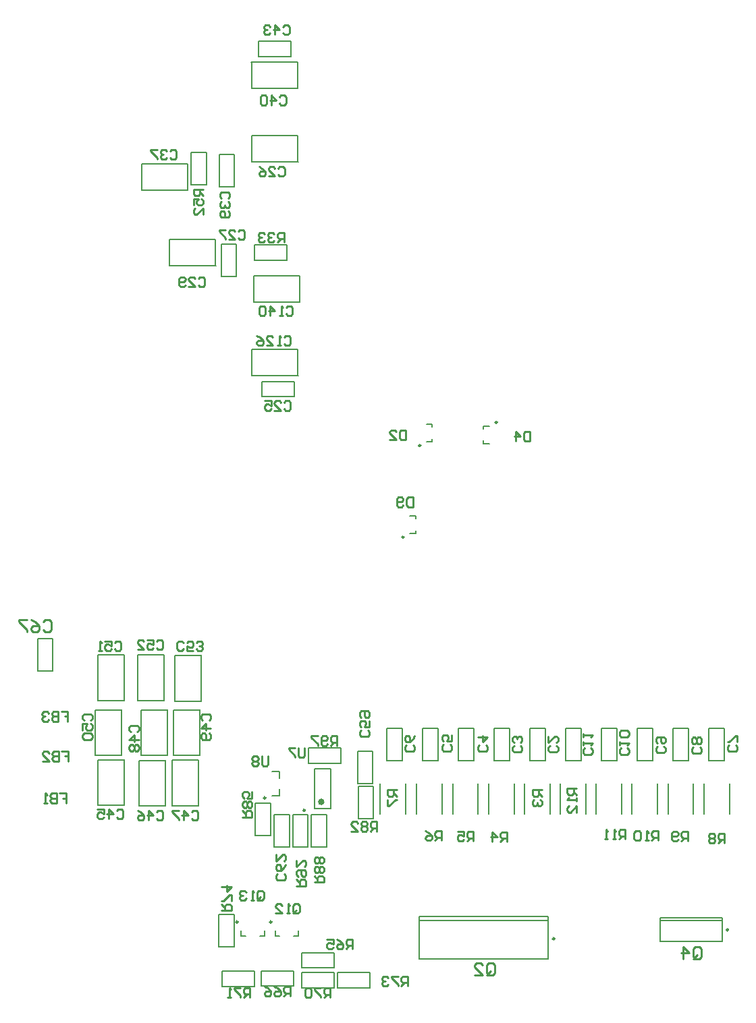
<source format=gbo>
G04 Layer_Color=32896*
%FSLAX44Y44*%
%MOMM*%
G71*
G01*
G75*
%ADD38C,0.2540*%
%ADD65C,0.2500*%
%ADD68C,0.4000*%
%ADD69C,0.2000*%
%ADD70C,0.1524*%
D38*
X359250Y205246D02*
Y195249D01*
X357251Y193250D01*
X353252D01*
X351253Y195249D01*
Y205246D01*
X347254Y203247D02*
X345255Y205246D01*
X341256D01*
X339257Y203247D01*
Y201247D01*
X341256Y199248D01*
X339257Y197249D01*
Y195249D01*
X341256Y193250D01*
X345255D01*
X347254Y195249D01*
Y197249D01*
X345255Y199248D01*
X347254Y201247D01*
Y203247D01*
X345255Y199248D02*
X341256D01*
X405250Y215746D02*
Y205749D01*
X403251Y203750D01*
X399252D01*
X397253Y205749D01*
Y215746D01*
X393254D02*
X385257D01*
Y213747D01*
X393254Y205749D01*
Y203750D01*
X445750Y218750D02*
Y230746D01*
X439752D01*
X437753Y228747D01*
Y224748D01*
X439752Y222749D01*
X445750D01*
X441751D02*
X437753Y218750D01*
X433754Y220749D02*
X431754Y218750D01*
X427756D01*
X425756Y220749D01*
Y228747D01*
X427756Y230746D01*
X431754D01*
X433754Y228747D01*
Y226747D01*
X431754Y224748D01*
X425756D01*
X421758Y230746D02*
X413760D01*
Y228747D01*
X421758Y220749D01*
Y218750D01*
X395000Y42500D02*
X406996D01*
Y48498D01*
X404997Y50497D01*
X400998D01*
X398999Y48498D01*
Y42500D01*
Y46499D02*
X395000Y50497D01*
X396999Y54496D02*
X395000Y56495D01*
Y60494D01*
X396999Y62494D01*
X404997D01*
X406996Y60494D01*
Y56495D01*
X404997Y54496D01*
X402997D01*
X400998Y56495D01*
Y62494D01*
X395000Y74490D02*
Y66492D01*
X402997Y74490D01*
X404997D01*
X406996Y72490D01*
Y68492D01*
X404997Y66492D01*
X417250Y47000D02*
X429246D01*
Y52998D01*
X427247Y54997D01*
X423248D01*
X421249Y52998D01*
Y47000D01*
Y50999D02*
X417250Y54997D01*
X427247Y58996D02*
X429246Y60995D01*
Y64994D01*
X427247Y66993D01*
X425247D01*
X423248Y64994D01*
X421249Y66993D01*
X419249D01*
X417250Y64994D01*
Y60995D01*
X419249Y58996D01*
X421249D01*
X423248Y60995D01*
X425247Y58996D01*
X427247D01*
X423248Y60995D02*
Y64994D01*
X427247Y70992D02*
X429246Y72992D01*
Y76990D01*
X427247Y78990D01*
X425247D01*
X423248Y76990D01*
X421249Y78990D01*
X419249D01*
X417250Y76990D01*
Y72992D01*
X419249Y70992D01*
X421249D01*
X423248Y72992D01*
X425247Y70992D01*
X427247D01*
X423248Y72992D02*
Y76990D01*
X327250Y128750D02*
X339246D01*
Y134748D01*
X337247Y136747D01*
X333248D01*
X331249Y134748D01*
Y128750D01*
Y132749D02*
X327250Y136747D01*
X337247Y140746D02*
X339246Y142746D01*
Y146744D01*
X337247Y148743D01*
X335247D01*
X333248Y146744D01*
X331249Y148743D01*
X329249D01*
X327250Y146744D01*
Y142746D01*
X329249Y140746D01*
X331249D01*
X333248Y142746D01*
X335247Y140746D01*
X337247D01*
X333248Y142746D02*
Y146744D01*
X339246Y160740D02*
Y152742D01*
X333248D01*
X335247Y156741D01*
Y158740D01*
X333248Y160740D01*
X329249D01*
X327250Y158740D01*
Y154742D01*
X329249Y152742D01*
X495750Y111250D02*
Y123246D01*
X489752D01*
X487753Y121247D01*
Y117248D01*
X489752Y115249D01*
X495750D01*
X491751D02*
X487753Y111250D01*
X483754Y121247D02*
X481754Y123246D01*
X477756D01*
X475756Y121247D01*
Y119247D01*
X477756Y117248D01*
X475756Y115249D01*
Y113249D01*
X477756Y111250D01*
X481754D01*
X483754Y113249D01*
Y115249D01*
X481754Y117248D01*
X483754Y119247D01*
Y121247D01*
X481754Y117248D02*
X477756D01*
X463760Y111250D02*
X471758D01*
X463760Y119247D01*
Y121247D01*
X465760Y123246D01*
X469758D01*
X471758Y121247D01*
X301250Y11500D02*
X313246D01*
Y17498D01*
X311247Y19497D01*
X307248D01*
X305249Y17498D01*
Y11500D01*
Y15499D02*
X301250Y19497D01*
X313246Y23496D02*
Y31493D01*
X311247D01*
X303249Y23496D01*
X301250D01*
Y41490D02*
X313246D01*
X307248Y35492D01*
Y43490D01*
X534250Y-83000D02*
Y-71004D01*
X528252D01*
X526253Y-73003D01*
Y-77002D01*
X528252Y-79001D01*
X534250D01*
X530251D02*
X526253Y-83000D01*
X522254Y-71004D02*
X514257D01*
Y-73003D01*
X522254Y-81001D01*
Y-83000D01*
X510258Y-73003D02*
X508258Y-71004D01*
X504260D01*
X502260Y-73003D01*
Y-75003D01*
X504260Y-77002D01*
X506259D01*
X504260D01*
X502260Y-79001D01*
Y-81001D01*
X504260Y-83000D01*
X508258D01*
X510258Y-81001D01*
X336750Y-97250D02*
Y-85254D01*
X330752D01*
X328753Y-87253D01*
Y-91252D01*
X330752Y-93251D01*
X336750D01*
X332751D02*
X328753Y-97250D01*
X324754Y-85254D02*
X316756D01*
Y-87253D01*
X324754Y-95251D01*
Y-97250D01*
X312758D02*
X308759D01*
X310758D01*
Y-85254D01*
X312758Y-87253D01*
X437500Y-97750D02*
Y-85754D01*
X431502D01*
X429503Y-87753D01*
Y-91752D01*
X431502Y-93751D01*
X437500D01*
X433501D02*
X429503Y-97750D01*
X425504Y-85754D02*
X417506D01*
Y-87753D01*
X425504Y-95751D01*
Y-97750D01*
X413508Y-87753D02*
X411508Y-85754D01*
X407510D01*
X405510Y-87753D01*
Y-95751D01*
X407510Y-97750D01*
X411508D01*
X413508Y-95751D01*
Y-87753D01*
X386914Y-96000D02*
Y-84004D01*
X380916D01*
X378917Y-86003D01*
Y-90002D01*
X380916Y-92001D01*
X386914D01*
X382915D02*
X378917Y-96000D01*
X366920Y-84004D02*
X370919Y-86003D01*
X374918Y-90002D01*
Y-94001D01*
X372919Y-96000D01*
X368920D01*
X366920Y-94001D01*
Y-92001D01*
X368920Y-90002D01*
X374918D01*
X354924Y-84004D02*
X358923Y-86003D01*
X362922Y-90002D01*
Y-94001D01*
X360922Y-96000D01*
X356924D01*
X354924Y-94001D01*
Y-92001D01*
X356924Y-90002D01*
X362922D01*
X465250Y-36500D02*
Y-24504D01*
X459252D01*
X457253Y-26503D01*
Y-30502D01*
X459252Y-32501D01*
X465250D01*
X461251D02*
X457253Y-36500D01*
X445257Y-24504D02*
X449255Y-26503D01*
X453254Y-30502D01*
Y-34501D01*
X451255Y-36500D01*
X447256D01*
X445257Y-34501D01*
Y-32501D01*
X447256Y-30502D01*
X453254D01*
X433260Y-24504D02*
X441258D01*
Y-30502D01*
X437259Y-28503D01*
X435260D01*
X433260Y-30502D01*
Y-34501D01*
X435260Y-36500D01*
X439258D01*
X441258Y-34501D01*
X345753Y26749D02*
Y34747D01*
X347752Y36746D01*
X351751D01*
X353750Y34747D01*
Y26749D01*
X351751Y24750D01*
X347752D01*
X349751Y28749D02*
X345753Y24750D01*
X347752D02*
X345753Y26749D01*
X341754Y24750D02*
X337755D01*
X339754D01*
Y36746D01*
X341754Y34747D01*
X331757D02*
X329758Y36746D01*
X325759D01*
X323760Y34747D01*
Y32747D01*
X325759Y30748D01*
X327758D01*
X325759D01*
X323760Y28749D01*
Y26749D01*
X325759Y24750D01*
X329758D01*
X331757Y26749D01*
X390753Y9999D02*
Y17997D01*
X392752Y19996D01*
X396751D01*
X398750Y17997D01*
Y9999D01*
X396751Y8000D01*
X392752D01*
X394751Y11999D02*
X390753Y8000D01*
X392752D02*
X390753Y9999D01*
X386754Y8000D02*
X382755D01*
X384754D01*
Y19996D01*
X386754Y17997D01*
X368760Y8000D02*
X376757D01*
X368760Y15997D01*
Y17997D01*
X370759Y19996D01*
X374758D01*
X376757Y17997D01*
X100003Y261246D02*
X108000D01*
Y255248D01*
X104001D01*
X108000D01*
Y249250D01*
X96004Y261246D02*
Y249250D01*
X90006D01*
X88006Y251249D01*
Y253249D01*
X90006Y255248D01*
X96004D01*
X90006D01*
X88006Y257247D01*
Y259247D01*
X90006Y261246D01*
X96004D01*
X84008Y259247D02*
X82008Y261246D01*
X78010D01*
X76010Y259247D01*
Y257247D01*
X78010Y255248D01*
X80009D01*
X78010D01*
X76010Y253249D01*
Y251249D01*
X78010Y249250D01*
X82008D01*
X84008Y251249D01*
X379497Y57747D02*
X381496Y55748D01*
Y51749D01*
X379497Y49750D01*
X371499D01*
X369500Y51749D01*
Y55748D01*
X371499Y57747D01*
X381496Y69743D02*
X379497Y65745D01*
X375498Y61746D01*
X371499D01*
X369500Y63745D01*
Y67744D01*
X371499Y69743D01*
X373499D01*
X375498Y67744D01*
Y61746D01*
X369500Y81740D02*
Y73742D01*
X377497Y81740D01*
X379497D01*
X381496Y79740D01*
Y75742D01*
X379497Y73742D01*
X484247Y237997D02*
X486246Y235998D01*
Y231999D01*
X484247Y230000D01*
X476249D01*
X474250Y231999D01*
Y235998D01*
X476249Y237997D01*
X486246Y249993D02*
Y241996D01*
X480248D01*
X482247Y245995D01*
Y247994D01*
X480248Y249993D01*
X476249D01*
X474250Y247994D01*
Y243995D01*
X476249Y241996D01*
Y253992D02*
X474250Y255992D01*
Y259990D01*
X476249Y261990D01*
X484247D01*
X486246Y259990D01*
Y255992D01*
X484247Y253992D01*
X482247D01*
X480248Y255992D01*
Y261990D01*
X253247Y340003D02*
X251248Y338004D01*
X247249D01*
X245250Y340003D01*
Y348001D01*
X247249Y350000D01*
X251248D01*
X253247Y348001D01*
X265243Y338004D02*
X257246D01*
Y344002D01*
X261245Y342003D01*
X263244D01*
X265243Y344002D01*
Y348001D01*
X263244Y350000D01*
X259245D01*
X257246Y348001D01*
X269242Y340003D02*
X271242Y338004D01*
X275240D01*
X277240Y340003D01*
Y342003D01*
X275240Y344002D01*
X273241D01*
X275240D01*
X277240Y346001D01*
Y348001D01*
X275240Y350000D01*
X271242D01*
X269242Y348001D01*
X219503Y349247D02*
X221502Y351246D01*
X225501D01*
X227500Y349247D01*
Y341249D01*
X225501Y339250D01*
X221502D01*
X219503Y341249D01*
X207507Y351246D02*
X215504D01*
Y345248D01*
X211505Y347247D01*
X209506D01*
X207507Y345248D01*
Y341249D01*
X209506Y339250D01*
X213505D01*
X215504Y341249D01*
X195510Y339250D02*
X203508D01*
X195510Y347247D01*
Y349247D01*
X197510Y351246D01*
X201508D01*
X203508Y349247D01*
X166753Y347997D02*
X168752Y349996D01*
X172751D01*
X174750Y347997D01*
Y339999D01*
X172751Y338000D01*
X168752D01*
X166753Y339999D01*
X154756Y349996D02*
X162754D01*
Y343998D01*
X158755Y345997D01*
X156756D01*
X154756Y343998D01*
Y339999D01*
X156756Y338000D01*
X160755D01*
X162754Y339999D01*
X150758Y338000D02*
X146759D01*
X148758D01*
Y349996D01*
X150758Y347997D01*
X100503Y211246D02*
X108500D01*
Y205248D01*
X104501D01*
X108500D01*
Y199250D01*
X96504Y211246D02*
Y199250D01*
X90506D01*
X88506Y201249D01*
Y203249D01*
X90506Y205248D01*
X96504D01*
X90506D01*
X88506Y207247D01*
Y209247D01*
X90506Y211246D01*
X96504D01*
X76510Y199250D02*
X84508D01*
X76510Y207247D01*
Y209247D01*
X78510Y211246D01*
X82508D01*
X84508Y209247D01*
X98003Y158746D02*
X106000D01*
Y152748D01*
X102001D01*
X106000D01*
Y146750D01*
X94004Y158746D02*
Y146750D01*
X88006D01*
X86006Y148749D01*
Y150749D01*
X88006Y152748D01*
X94004D01*
X88006D01*
X86006Y154747D01*
Y156747D01*
X88006Y158746D01*
X94004D01*
X82008Y146750D02*
X78009D01*
X80008D01*
Y158746D01*
X82008Y156747D01*
X277503Y250253D02*
X275504Y252252D01*
Y256251D01*
X277503Y258250D01*
X285501D01*
X287500Y256251D01*
Y252252D01*
X285501Y250253D01*
X287500Y240256D02*
X275504D01*
X281502Y246254D01*
Y238256D01*
X285501Y234258D02*
X287500Y232258D01*
Y228260D01*
X285501Y226260D01*
X277503D01*
X275504Y228260D01*
Y232258D01*
X277503Y234258D01*
X279503D01*
X281502Y232258D01*
Y226260D01*
X187253Y235753D02*
X185254Y237752D01*
Y241751D01*
X187253Y243750D01*
X195251D01*
X197250Y241751D01*
Y237752D01*
X195251Y235753D01*
X197250Y225756D02*
X185254D01*
X191252Y231754D01*
Y223757D01*
X187253Y219758D02*
X185254Y217758D01*
Y213760D01*
X187253Y211760D01*
X189253D01*
X191252Y213760D01*
X193251Y211760D01*
X195251D01*
X197250Y213760D01*
Y217758D01*
X195251Y219758D01*
X193251D01*
X191252Y217758D01*
X189253Y219758D01*
X187253D01*
X191252Y217758D02*
Y213760D01*
X263253Y135247D02*
X265252Y137246D01*
X269251D01*
X271250Y135247D01*
Y127249D01*
X269251Y125250D01*
X265252D01*
X263253Y127249D01*
X253256Y125250D02*
Y137246D01*
X259254Y131248D01*
X251257D01*
X247258Y137246D02*
X239260D01*
Y135247D01*
X247258Y127249D01*
Y125250D01*
X219503Y135247D02*
X221502Y137246D01*
X225501D01*
X227500Y135247D01*
Y127249D01*
X225501Y125250D01*
X221502D01*
X219503Y127249D01*
X209506Y125250D02*
Y137246D01*
X215504Y131248D01*
X207507D01*
X195510Y137246D02*
X199509Y135247D01*
X203508Y131248D01*
Y127249D01*
X201508Y125250D01*
X197510D01*
X195510Y127249D01*
Y129249D01*
X197510Y131248D01*
X203508D01*
X169253Y136997D02*
X171252Y138996D01*
X175251D01*
X177250Y136997D01*
Y128999D01*
X175251Y127000D01*
X171252D01*
X169253Y128999D01*
X159256Y127000D02*
Y138996D01*
X165254Y132998D01*
X157256D01*
X145260Y138996D02*
X153258D01*
Y132998D01*
X149259Y134997D01*
X147260D01*
X145260Y132998D01*
Y128999D01*
X147260Y127000D01*
X151258D01*
X153258Y128999D01*
X277750Y917250D02*
X265754D01*
Y911252D01*
X267753Y909253D01*
X271752D01*
X273751Y911252D01*
Y917250D01*
Y913251D02*
X277750Y909253D01*
X265754Y897256D02*
Y905254D01*
X271752D01*
X269753Y901255D01*
Y899256D01*
X271752Y897256D01*
X275751D01*
X277750Y899256D01*
Y903254D01*
X275751Y905254D01*
X277750Y885260D02*
Y893258D01*
X269753Y885260D01*
X267753D01*
X265754Y887260D01*
Y891258D01*
X267753Y893258D01*
X379250Y850750D02*
Y862746D01*
X373252D01*
X371253Y860747D01*
Y856748D01*
X373252Y854749D01*
X379250D01*
X375251D02*
X371253Y850750D01*
X367254Y860747D02*
X365255Y862746D01*
X361256D01*
X359257Y860747D01*
Y858747D01*
X361256Y856748D01*
X363255D01*
X361256D01*
X359257Y854749D01*
Y852749D01*
X361256Y850750D01*
X365255D01*
X367254Y852749D01*
X355258Y860747D02*
X353258Y862746D01*
X349260D01*
X347260Y860747D01*
Y858747D01*
X349260Y856748D01*
X351259D01*
X349260D01*
X347260Y854749D01*
Y852749D01*
X349260Y850750D01*
X353258D01*
X355258Y852749D01*
X746500Y164750D02*
X734504D01*
Y158752D01*
X736503Y156753D01*
X740502D01*
X742501Y158752D01*
Y164750D01*
Y160751D02*
X746500Y156753D01*
Y152754D02*
Y148755D01*
Y150754D01*
X734504D01*
X736503Y152754D01*
X746500Y134760D02*
Y142757D01*
X738503Y134760D01*
X736503D01*
X734504Y136759D01*
Y140758D01*
X736503Y142757D01*
X807500Y101250D02*
Y113246D01*
X801502D01*
X799503Y111247D01*
Y107248D01*
X801502Y105249D01*
X807500D01*
X803501D02*
X799503Y101250D01*
X795504D02*
X791505D01*
X793504D01*
Y113246D01*
X795504Y111247D01*
X785507Y101250D02*
X781508D01*
X783508D01*
Y113246D01*
X785507Y111247D01*
X848500Y99500D02*
Y111496D01*
X842502D01*
X840503Y109497D01*
Y105498D01*
X842502Y103499D01*
X848500D01*
X844501D02*
X840503Y99500D01*
X836504D02*
X832505D01*
X834504D01*
Y111496D01*
X836504Y109497D01*
X826507D02*
X824508Y111496D01*
X820509D01*
X818510Y109497D01*
Y101499D01*
X820509Y99500D01*
X824508D01*
X826507Y101499D01*
Y109497D01*
X885750Y98750D02*
Y110746D01*
X879752D01*
X877753Y108747D01*
Y104748D01*
X879752Y102749D01*
X885750D01*
X881751D02*
X877753Y98750D01*
X873754Y100749D02*
X871755Y98750D01*
X867756D01*
X865757Y100749D01*
Y108747D01*
X867756Y110746D01*
X871755D01*
X873754Y108747D01*
Y106747D01*
X871755Y104748D01*
X865757D01*
X932000Y96500D02*
Y108496D01*
X926002D01*
X924003Y106497D01*
Y102498D01*
X926002Y100499D01*
X932000D01*
X928001D02*
X924003Y96500D01*
X920004Y106497D02*
X918005Y108496D01*
X914006D01*
X912007Y106497D01*
Y104497D01*
X914006Y102498D01*
X912007Y100499D01*
Y98499D01*
X914006Y96500D01*
X918005D01*
X920004Y98499D01*
Y100499D01*
X918005Y102498D01*
X920004Y104497D01*
Y106497D01*
X918005Y102498D02*
X914006D01*
X521000Y163000D02*
X509004D01*
Y157002D01*
X511003Y155003D01*
X515002D01*
X517001Y157002D01*
Y163000D01*
Y159001D02*
X521000Y155003D01*
X509004Y151004D02*
Y143006D01*
X511003D01*
X519001Y151004D01*
X521000D01*
X576750Y99500D02*
Y111496D01*
X570752D01*
X568753Y109497D01*
Y105498D01*
X570752Y103499D01*
X576750D01*
X572751D02*
X568753Y99500D01*
X556757Y111496D02*
X560755Y109497D01*
X564754Y105498D01*
Y101499D01*
X562755Y99500D01*
X558756D01*
X556757Y101499D01*
Y103499D01*
X558756Y105498D01*
X564754D01*
X617000Y98750D02*
Y110746D01*
X611002D01*
X609003Y108747D01*
Y104748D01*
X611002Y102749D01*
X617000D01*
X613001D02*
X609003Y98750D01*
X597006Y110746D02*
X605004D01*
Y104748D01*
X601005Y106747D01*
X599006D01*
X597006Y104748D01*
Y100749D01*
X599006Y98750D01*
X603004D01*
X605004Y100749D01*
X658750Y98250D02*
Y110246D01*
X652752D01*
X650753Y108247D01*
Y104248D01*
X652752Y102249D01*
X658750D01*
X654751D02*
X650753Y98250D01*
X640756D02*
Y110246D01*
X646754Y104248D01*
X638756D01*
X702750Y163000D02*
X690754D01*
Y157002D01*
X692753Y155003D01*
X696752D01*
X698751Y157002D01*
Y163000D01*
Y159001D02*
X702750Y155003D01*
X692753Y151004D02*
X690754Y149004D01*
Y145006D01*
X692753Y143006D01*
X694753D01*
X696752Y145006D01*
Y147005D01*
Y145006D01*
X698751Y143006D01*
X700751D01*
X702750Y145006D01*
Y149004D01*
X700751Y151004D01*
X633843Y-66661D02*
Y-56504D01*
X636382Y-53965D01*
X641461D01*
X644000Y-56504D01*
Y-66661D01*
X641461Y-69200D01*
X636382D01*
X638922Y-64122D02*
X633843Y-69200D01*
X636382D02*
X633843Y-66661D01*
X618608Y-69200D02*
X628765D01*
X618608Y-59043D01*
Y-56504D01*
X621147Y-53965D01*
X626226D01*
X628765Y-56504D01*
X688000Y612996D02*
Y601000D01*
X682002D01*
X680003Y602999D01*
Y610997D01*
X682002Y612996D01*
X688000D01*
X670006Y601000D02*
Y612996D01*
X676004Y606998D01*
X668007D01*
X532000Y614996D02*
Y603000D01*
X526002D01*
X524003Y604999D01*
Y612997D01*
X526002Y614996D01*
X532000D01*
X512006Y603000D02*
X520004D01*
X512006Y610997D01*
Y612997D01*
X514006Y614996D01*
X518005D01*
X520004Y612997D01*
X378003Y1121247D02*
X380002Y1123246D01*
X384001D01*
X386000Y1121247D01*
Y1113249D01*
X384001Y1111250D01*
X380002D01*
X378003Y1113249D01*
X368006Y1111250D02*
Y1123246D01*
X374004Y1117248D01*
X366007D01*
X362008Y1121247D02*
X360008Y1123246D01*
X356010D01*
X354010Y1121247D01*
Y1119247D01*
X356010Y1117248D01*
X358009D01*
X356010D01*
X354010Y1115249D01*
Y1113249D01*
X356010Y1111250D01*
X360008D01*
X362008Y1113249D01*
X373753Y1032997D02*
X375752Y1034996D01*
X379751D01*
X381750Y1032997D01*
Y1024999D01*
X379751Y1023000D01*
X375752D01*
X373753Y1024999D01*
X363756Y1023000D02*
Y1034996D01*
X369754Y1028998D01*
X361757D01*
X357758Y1032997D02*
X355758Y1034996D01*
X351760D01*
X349760Y1032997D01*
Y1024999D01*
X351760Y1023000D01*
X355758D01*
X357758Y1024999D01*
Y1032997D01*
X301253Y905753D02*
X299254Y907752D01*
Y911751D01*
X301253Y913750D01*
X309251D01*
X311250Y911751D01*
Y907752D01*
X309251Y905753D01*
X301253Y901754D02*
X299254Y899754D01*
Y895756D01*
X301253Y893756D01*
X303253D01*
X305252Y895756D01*
Y897755D01*
Y895756D01*
X307251Y893756D01*
X309251D01*
X311250Y895756D01*
Y899754D01*
X309251Y901754D01*
Y889758D02*
X311250Y887758D01*
Y883760D01*
X309251Y881760D01*
X301253D01*
X299254Y883760D01*
Y887758D01*
X301253Y889758D01*
X303253D01*
X305252Y887758D01*
Y881760D01*
X236253Y964997D02*
X238252Y966996D01*
X242251D01*
X244250Y964997D01*
Y956999D01*
X242251Y955000D01*
X238252D01*
X236253Y956999D01*
X232254Y964997D02*
X230254Y966996D01*
X226256D01*
X224256Y964997D01*
Y962997D01*
X226256Y960998D01*
X228255D01*
X226256D01*
X224256Y958999D01*
Y956999D01*
X226256Y955000D01*
X230254D01*
X232254Y956999D01*
X220258Y966996D02*
X212260D01*
Y964997D01*
X220258Y956999D01*
Y955000D01*
X271753Y804997D02*
X273752Y806996D01*
X277751D01*
X279750Y804997D01*
Y796999D01*
X277751Y795000D01*
X273752D01*
X271753Y796999D01*
X259757Y795000D02*
X267754D01*
X259757Y802997D01*
Y804997D01*
X261756Y806996D01*
X265755D01*
X267754Y804997D01*
X255758Y796999D02*
X253758Y795000D01*
X249760D01*
X247760Y796999D01*
Y804997D01*
X249760Y806996D01*
X253758D01*
X255758Y804997D01*
Y802997D01*
X253758Y800998D01*
X247760D01*
X322003Y863997D02*
X324002Y865996D01*
X328001D01*
X330000Y863997D01*
Y855999D01*
X328001Y854000D01*
X324002D01*
X322003Y855999D01*
X310007Y854000D02*
X318004D01*
X310007Y861997D01*
Y863997D01*
X312006Y865996D01*
X316005D01*
X318004Y863997D01*
X306008Y865996D02*
X298010D01*
Y863997D01*
X306008Y855999D01*
Y854000D01*
X372003Y943497D02*
X374002Y945496D01*
X378001D01*
X380000Y943497D01*
Y935499D01*
X378001Y933500D01*
X374002D01*
X372003Y935499D01*
X360006Y933500D02*
X368004D01*
X360006Y941497D01*
Y943497D01*
X362006Y945496D01*
X366004D01*
X368004Y943497D01*
X348010Y945496D02*
X352009Y943497D01*
X356008Y939498D01*
Y935499D01*
X354008Y933500D01*
X350010D01*
X348010Y935499D01*
Y937499D01*
X350010Y939498D01*
X356008D01*
X379253Y649497D02*
X381252Y651496D01*
X385251D01*
X387250Y649497D01*
Y641499D01*
X385251Y639500D01*
X381252D01*
X379253Y641499D01*
X367257Y639500D02*
X375254D01*
X367257Y647497D01*
Y649497D01*
X369256Y651496D01*
X373255D01*
X375254Y649497D01*
X355260Y651496D02*
X363258D01*
Y645498D01*
X359259Y647497D01*
X357260D01*
X355260Y645498D01*
Y641499D01*
X357260Y639500D01*
X361258D01*
X363258Y641499D01*
X764247Y215497D02*
X766246Y213498D01*
Y209499D01*
X764247Y207500D01*
X756249D01*
X754250Y209499D01*
Y213498D01*
X756249Y215497D01*
X754250Y219496D02*
Y223495D01*
Y221495D01*
X766246D01*
X764247Y219496D01*
X754250Y229493D02*
Y233492D01*
Y231492D01*
X766246D01*
X764247Y229493D01*
X809997Y215497D02*
X811996Y213498D01*
Y209499D01*
X809997Y207500D01*
X801999D01*
X800000Y209499D01*
Y213498D01*
X801999Y215497D01*
X800000Y219496D02*
Y223495D01*
Y221495D01*
X811996D01*
X809997Y219496D01*
Y229493D02*
X811996Y231492D01*
Y235491D01*
X809997Y237490D01*
X801999D01*
X800000Y235491D01*
Y231492D01*
X801999Y229493D01*
X809997D01*
X855747Y217747D02*
X857746Y215748D01*
Y211749D01*
X855747Y209750D01*
X847749D01*
X845750Y211749D01*
Y215748D01*
X847749Y217747D01*
Y221746D02*
X845750Y223745D01*
Y227744D01*
X847749Y229743D01*
X855747D01*
X857746Y227744D01*
Y223745D01*
X855747Y221746D01*
X853747D01*
X851748Y223745D01*
Y229743D01*
X900747Y216997D02*
X902746Y214998D01*
Y210999D01*
X900747Y209000D01*
X892749D01*
X890750Y210999D01*
Y214998D01*
X892749Y216997D01*
X900747Y220996D02*
X902746Y222995D01*
Y226994D01*
X900747Y228993D01*
X898747D01*
X896748Y226994D01*
X894749Y228993D01*
X892749D01*
X890750Y226994D01*
Y222995D01*
X892749Y220996D01*
X894749D01*
X896748Y222995D01*
X898747Y220996D01*
X900747D01*
X896748Y222995D02*
Y226994D01*
X945747Y219247D02*
X947746Y217248D01*
Y213249D01*
X945747Y211250D01*
X937749D01*
X935750Y213249D01*
Y217248D01*
X937749Y219247D01*
X947746Y223246D02*
Y231243D01*
X945747D01*
X937749Y223246D01*
X935750D01*
X540997Y219247D02*
X542996Y217248D01*
Y213249D01*
X540997Y211250D01*
X532999D01*
X531000Y213249D01*
Y217248D01*
X532999Y219247D01*
X542996Y231243D02*
X540997Y227245D01*
X536998Y223246D01*
X532999D01*
X531000Y225245D01*
Y229244D01*
X532999Y231243D01*
X534999D01*
X536998Y229244D01*
Y223246D01*
X587497Y219997D02*
X589496Y217998D01*
Y213999D01*
X587497Y212000D01*
X579499D01*
X577500Y213999D01*
Y217998D01*
X579499Y219997D01*
X589496Y231994D02*
Y223996D01*
X583498D01*
X585497Y227995D01*
Y229994D01*
X583498Y231994D01*
X579499D01*
X577500Y229994D01*
Y225996D01*
X579499Y223996D01*
X632497Y219247D02*
X634496Y217248D01*
Y213249D01*
X632497Y211250D01*
X624499D01*
X622500Y213249D01*
Y217248D01*
X624499Y219247D01*
X622500Y229244D02*
X634496D01*
X628498Y223246D01*
Y231243D01*
X675997Y218497D02*
X677996Y216498D01*
Y212499D01*
X675997Y210500D01*
X667999D01*
X666000Y212499D01*
Y216498D01*
X667999Y218497D01*
X675997Y222496D02*
X677996Y224496D01*
Y228494D01*
X675997Y230494D01*
X673997D01*
X671998Y228494D01*
Y226495D01*
Y228494D01*
X669999Y230494D01*
X667999D01*
X666000Y228494D01*
Y224496D01*
X667999Y222496D01*
X720997Y218497D02*
X722996Y216498D01*
Y212499D01*
X720997Y210500D01*
X712999D01*
X711000Y212499D01*
Y216498D01*
X712999Y218497D01*
X711000Y230494D02*
Y222496D01*
X718997Y230494D01*
X720997D01*
X722996Y228494D01*
Y224496D01*
X720997Y222496D01*
X379253Y731247D02*
X381252Y733246D01*
X385251D01*
X387250Y731247D01*
Y723249D01*
X385251Y721250D01*
X381252D01*
X379253Y723249D01*
X375254Y721250D02*
X371255D01*
X373255D01*
Y733246D01*
X375254Y731247D01*
X357260Y721250D02*
X365257D01*
X357260Y729247D01*
Y731247D01*
X359259Y733246D01*
X363258D01*
X365257Y731247D01*
X345264Y733246D02*
X349262Y731247D01*
X353261Y727248D01*
Y723249D01*
X351262Y721250D01*
X347263D01*
X345264Y723249D01*
Y725249D01*
X347263Y727248D01*
X353261D01*
X382003Y768747D02*
X384002Y770746D01*
X388001D01*
X390000Y768747D01*
Y760749D01*
X388001Y758750D01*
X384002D01*
X382003Y760749D01*
X378004Y758750D02*
X374005D01*
X376004D01*
Y770746D01*
X378004Y768747D01*
X362009Y758750D02*
Y770746D01*
X368007Y764748D01*
X360010D01*
X356011Y768747D02*
X354012Y770746D01*
X350013D01*
X348014Y768747D01*
Y760749D01*
X350013Y758750D01*
X354012D01*
X356011Y760749D01*
Y768747D01*
X128753Y250253D02*
X126754Y252252D01*
Y256251D01*
X128753Y258250D01*
X136751D01*
X138750Y256251D01*
Y252252D01*
X136751Y250253D01*
X126754Y238256D02*
Y246254D01*
X132752D01*
X130753Y242255D01*
Y240256D01*
X132752Y238256D01*
X136751D01*
X138750Y240256D01*
Y244254D01*
X136751Y246254D01*
X128753Y234258D02*
X126754Y232258D01*
Y228260D01*
X128753Y226260D01*
X136751D01*
X138750Y228260D01*
Y232258D01*
X136751Y234258D01*
X128753D01*
X541000Y530496D02*
Y518500D01*
X535002D01*
X533003Y520499D01*
Y528497D01*
X535002Y530496D01*
X541000D01*
X529004Y520499D02*
X527005Y518500D01*
X523006D01*
X521007Y520499D01*
Y528497D01*
X523006Y530496D01*
X527005D01*
X529004Y528497D01*
Y526497D01*
X527005Y524498D01*
X521007D01*
X892243Y-46811D02*
Y-36654D01*
X894782Y-34115D01*
X899861D01*
X902400Y-36654D01*
Y-46811D01*
X899861Y-49350D01*
X894782D01*
X897322Y-44272D02*
X892243Y-49350D01*
X894782D02*
X892243Y-46811D01*
X879547Y-49350D02*
Y-34115D01*
X887165Y-41733D01*
X877008D01*
X77453Y374052D02*
X79992Y376591D01*
X85071D01*
X87610Y374052D01*
Y363895D01*
X85071Y361356D01*
X79992D01*
X77453Y363895D01*
X62218Y376591D02*
X67297Y374052D01*
X72375Y368974D01*
Y363895D01*
X69836Y361356D01*
X64757D01*
X62218Y363895D01*
Y366434D01*
X64757Y368974D01*
X72375D01*
X57140Y376591D02*
X46983D01*
Y374052D01*
X57140Y363895D01*
Y361356D01*
D65*
X718750Y-23700D02*
G03*
X718750Y-23700I-1250J0D01*
G01*
X364000Y-2750D02*
G03*
X364000Y-2750I-1250J0D01*
G01*
X321500D02*
G03*
X321500Y-2750I-1250J0D01*
G01*
X405750Y137450D02*
G03*
X405750Y137450I-1250J0D01*
G01*
X550750Y595500D02*
G03*
X550750Y595500I-1250J0D01*
G01*
X646750Y624500D02*
G03*
X646750Y624500I-1250J0D01*
G01*
X529750Y480500D02*
G03*
X529750Y480500I-1250J0D01*
G01*
X936750Y-12600D02*
G03*
X936750Y-12600I-1250J0D01*
G01*
X356250Y153000D02*
G03*
X356250Y153000I-1250J0D01*
G01*
D68*
X428000Y148000D02*
G03*
X428000Y148000I-2000J0D01*
G01*
D69*
X711000Y-49250D02*
Y3750D01*
X549000Y-49250D02*
Y3750D01*
Y-49250D02*
X711000D01*
X549000Y3750D02*
X711000D01*
X549000Y-1250D02*
X711000D01*
X368150Y-20250D02*
X373750D01*
X368150D02*
Y-13750D01*
X397350Y-20250D02*
Y-13750D01*
X391750Y-20250D02*
X397350D01*
X325650D02*
X331250D01*
X325650D02*
Y-13750D01*
X354850Y-20250D02*
Y-13750D01*
X349250Y-20250D02*
X354850D01*
X418000Y190000D02*
X438000D01*
X418000Y140000D02*
X438000D01*
Y190000D01*
X418000Y140000D02*
Y190000D01*
X906000Y132770D02*
Y170770D01*
X938000Y132770D02*
Y170770D01*
X860981Y132770D02*
Y170770D01*
X892981Y132770D02*
Y170770D01*
X815962Y132770D02*
Y170770D01*
X847962Y132770D02*
Y170770D01*
X770943Y132770D02*
Y170770D01*
X802943Y132770D02*
Y170770D01*
X725924Y132770D02*
Y170770D01*
X757924Y132770D02*
Y170770D01*
X680906Y132770D02*
Y170770D01*
X712906Y132770D02*
Y170770D01*
X635887Y132770D02*
Y170770D01*
X667887Y132770D02*
Y170770D01*
X590868Y132770D02*
Y170770D01*
X622868Y132770D02*
Y170770D01*
X545849Y132770D02*
Y170770D01*
X577849Y132770D02*
Y170770D01*
X499750Y133250D02*
Y171250D01*
X531750Y133250D02*
Y171250D01*
X557870Y600000D02*
X565250D01*
Y603500D01*
X557870Y622000D02*
X565250D01*
Y618500D02*
Y622000D01*
X629750Y620000D02*
X637130D01*
X629750Y616500D02*
Y620000D01*
Y598000D02*
X637130D01*
X629750D02*
Y601500D01*
X544250Y503500D02*
Y507000D01*
X536870D02*
X544250D01*
Y485000D02*
Y488500D01*
X536870Y485000D02*
X544250D01*
X851000Y-600D02*
X929000D01*
X851000Y2500D02*
X929000D01*
X851000Y-27500D02*
X929000D01*
X851000D02*
Y2500D01*
X929000Y-27500D02*
Y2500D01*
X374000Y178000D02*
Y186000D01*
X364000D02*
X374000D01*
Y156000D02*
Y164000D01*
X364000Y156000D02*
X374000D01*
D70*
X178510Y275153D02*
Y332938D01*
Y332303D02*
Y332938D01*
X145490Y332303D02*
X178510D01*
X145490Y275153D02*
Y332303D01*
Y275153D02*
X178510D01*
X301762Y-83775D02*
X342402D01*
Y-64725D01*
X301762D02*
X342402D01*
X301762Y-83775D02*
Y-64725D01*
X931525Y200012D02*
Y240652D01*
X912475D02*
X931525D01*
X912475Y200012D02*
Y240652D01*
Y200012D02*
X931525D01*
X886636D02*
Y240652D01*
X867586D02*
X886636D01*
X867586Y200012D02*
Y240652D01*
Y200012D02*
X886636D01*
X841747D02*
Y240652D01*
X822697D02*
X841747D01*
X822697Y200012D02*
Y240652D01*
Y200012D02*
X841747D01*
X796858D02*
Y240652D01*
X777808D02*
X796858D01*
X777808Y200012D02*
Y240652D01*
Y200012D02*
X796858D01*
X751969D02*
Y240652D01*
X732919D02*
X751969D01*
X732919Y200012D02*
Y240652D01*
Y200012D02*
X751969D01*
X707081D02*
Y240652D01*
X688031D02*
X707081D01*
X688031Y200012D02*
Y240652D01*
Y200012D02*
X707081D01*
X662192D02*
Y240652D01*
X643142D02*
X662192D01*
X643142Y200012D02*
Y240652D01*
Y200012D02*
X662192D01*
X617303D02*
Y240652D01*
X598253D02*
X617303D01*
X598253Y200012D02*
Y240652D01*
Y200012D02*
X617303D01*
X572414D02*
Y240652D01*
X553364D02*
X572414D01*
X553364Y200012D02*
Y240652D01*
Y200012D02*
X572414D01*
X350512Y-83275D02*
X391152D01*
Y-64225D01*
X350512D02*
X391152D01*
X350512Y-83275D02*
Y-64225D01*
X316775Y-34238D02*
Y6402D01*
X297725D02*
X316775D01*
X297725Y-34238D02*
Y6402D01*
Y-34238D02*
X316775D01*
X446348Y-66475D02*
X486988D01*
X446348Y-85525D02*
Y-66475D01*
Y-85525D02*
X486988D01*
Y-66475D01*
X367225Y91598D02*
Y132238D01*
Y91598D02*
X386275D01*
Y132238D01*
X367225D02*
X386275D01*
X490525Y171348D02*
Y211988D01*
X471475D02*
X490525D01*
X471475Y171348D02*
Y211988D01*
Y171348D02*
X490525D01*
X410348Y215525D02*
X450988D01*
X410348Y196475D02*
Y215525D01*
Y196475D02*
X450988D01*
Y215525D01*
X343225Y105348D02*
Y145988D01*
Y105348D02*
X362275D01*
Y145988D01*
X343225D02*
X362275D01*
X272260Y143153D02*
Y200938D01*
Y200303D02*
Y200938D01*
X239240Y200303D02*
X272260D01*
X239240Y143153D02*
Y200303D01*
Y143153D02*
X272260D01*
X230260Y142653D02*
Y200438D01*
Y199803D02*
Y200438D01*
X197240Y199803D02*
X230260D01*
X197240Y142653D02*
Y199803D01*
Y142653D02*
X230260D01*
X178510Y143653D02*
Y201438D01*
Y200803D02*
Y201438D01*
X145490Y200803D02*
X178510D01*
X145490Y143653D02*
Y200803D01*
Y143653D02*
X178510D01*
X273510Y206153D02*
Y263938D01*
Y263303D02*
Y263938D01*
X240490Y263303D02*
X273510D01*
X240490Y206153D02*
Y263303D01*
Y206153D02*
X273510D01*
X233260D02*
Y263938D01*
Y263303D02*
Y263938D01*
X200240Y263303D02*
X233260D01*
X200240Y206153D02*
Y263303D01*
Y206153D02*
X233260D01*
X175510D02*
Y263938D01*
Y263303D02*
Y263938D01*
X142490Y263303D02*
X175510D01*
X142490Y206153D02*
Y263303D01*
Y206153D02*
X175510D01*
X275010Y274653D02*
Y332438D01*
Y331803D02*
Y332438D01*
X241990Y331803D02*
X275010D01*
X241990Y274653D02*
Y331803D01*
Y274653D02*
X275010D01*
X229010Y275153D02*
Y332938D01*
Y332303D02*
Y332938D01*
X195990Y332303D02*
X229010D01*
X195990Y275153D02*
Y332303D01*
Y275153D02*
X229010D01*
X527525Y200012D02*
Y240652D01*
X508475D02*
X527525D01*
X508475Y200012D02*
Y240652D01*
Y200012D02*
X527525D01*
X339153Y683490D02*
Y716510D01*
X396303D01*
Y683490D02*
Y716510D01*
Y683490D02*
X396938D01*
X339153D02*
X396938D01*
X300475Y807848D02*
Y848488D01*
Y807848D02*
X319525D01*
Y848488D01*
X300475D02*
X319525D01*
X338312Y1076510D02*
X396097D01*
X338312D02*
X338947D01*
Y1043490D02*
Y1076510D01*
Y1043490D02*
X396097D01*
Y1076510D01*
X339153Y951490D02*
X396938D01*
X396303D02*
X396938D01*
X396303D02*
Y984510D01*
X339153D02*
X396303D01*
X339153Y951490D02*
Y984510D01*
X200943Y915990D02*
X258728D01*
X258093D02*
X258728D01*
X258093D02*
Y949010D01*
X200943D02*
X258093D01*
X200943Y915990D02*
Y949010D01*
X235943Y820990D02*
X293728D01*
X293093D02*
X293728D01*
X293093D02*
Y854010D01*
X235943D02*
X293093D01*
X235943Y820990D02*
Y854010D01*
X342231Y847025D02*
X382872D01*
X342231Y827975D02*
Y847025D01*
Y827975D02*
X382872D01*
Y847025D01*
X297975Y920348D02*
Y960988D01*
Y920348D02*
X317025D01*
Y960988D01*
X297975D02*
X317025D01*
X262975Y923076D02*
Y963717D01*
Y923076D02*
X282025D01*
Y963717D01*
X262975D02*
X282025D01*
X398847Y775490D02*
Y808510D01*
X341697Y775490D02*
X398847D01*
X341697D02*
Y808510D01*
X341062D02*
X341697D01*
X341062D02*
X398847D01*
X472475Y126642D02*
Y167281D01*
Y126642D02*
X491525D01*
Y167281D01*
X472475D02*
X491525D01*
X409408Y91005D02*
Y131645D01*
X390359D02*
X409408D01*
X390359Y91005D02*
Y131645D01*
Y91005D02*
X409408D01*
X413475D02*
Y131645D01*
Y91005D02*
X432525D01*
Y131645D01*
X413475D02*
X432525D01*
X401348Y-66475D02*
X441988D01*
X401348Y-85525D02*
Y-66475D01*
Y-85525D02*
X441988D01*
Y-66475D01*
X401348Y-60525D02*
X441988D01*
Y-41475D01*
X401348D02*
X441988D01*
X401348Y-60525D02*
Y-41475D01*
X70225Y352988D02*
X89275D01*
Y312348D02*
Y352988D01*
X70225Y312348D02*
X89275D01*
X70225D02*
Y352988D01*
X347512Y1083975D02*
X388152D01*
Y1103025D01*
X347512D02*
X388152D01*
X347512Y1083975D02*
Y1103025D01*
X351848Y675775D02*
X392488D01*
X351848Y656725D02*
Y675775D01*
Y656725D02*
X392488D01*
Y675775D01*
M02*

</source>
